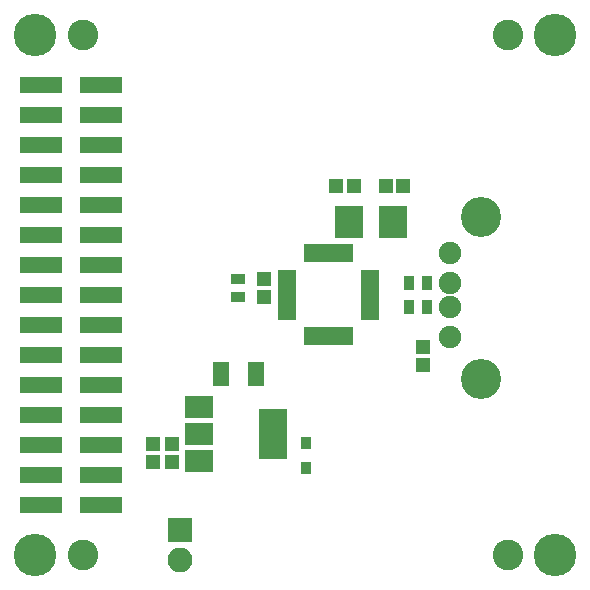
<source format=gts>
G04 #@! TF.FileFunction,Soldermask,Top*
%FSLAX46Y46*%
G04 Gerber Fmt 4.6, Leading zero omitted, Abs format (unit mm)*
G04 Created by KiCad (PCBNEW 4.0.7) date 06/02/18 04:08:01*
%MOMM*%
%LPD*%
G01*
G04 APERTURE LIST*
%ADD10C,0.100000*%
%ADD11R,2.400000X4.200000*%
%ADD12R,2.400000X1.900000*%
%ADD13C,3.600000*%
%ADD14R,1.150000X1.200000*%
%ADD15R,1.400000X2.000000*%
%ADD16R,1.200000X1.150000*%
%ADD17R,0.850000X1.000000*%
%ADD18C,1.900000*%
%ADD19C,3.400000*%
%ADD20C,2.600000*%
%ADD21R,0.900000X1.300000*%
%ADD22R,1.300000X0.900000*%
%ADD23R,1.543000X0.654000*%
%ADD24R,0.654000X1.543000*%
%ADD25R,2.400000X2.800000*%
%ADD26R,2.100000X2.100000*%
%ADD27O,2.100000X2.100000*%
%ADD28C,1.200000*%
%ADD29R,3.550000X1.400000*%
G04 APERTURE END LIST*
D10*
D11*
X127150000Y-119800000D03*
D12*
X120850000Y-119800000D03*
X120850000Y-122100000D03*
X120850000Y-117500000D03*
D13*
X107000000Y-130000000D03*
D14*
X139814000Y-113938000D03*
X139814000Y-112438000D03*
X117000000Y-120650000D03*
X117000000Y-122150000D03*
X118600000Y-120650000D03*
X118600000Y-122150000D03*
D15*
X125700000Y-114700000D03*
X122700000Y-114700000D03*
D14*
X126400000Y-108150000D03*
X126400000Y-106650000D03*
D16*
X133950000Y-98800000D03*
X132450000Y-98800000D03*
X136650000Y-98800000D03*
X138150000Y-98800000D03*
D17*
X129908000Y-122620000D03*
X129908000Y-120520000D03*
D18*
X142100000Y-104452400D03*
X142100000Y-106992400D03*
X142100000Y-109022400D03*
X142100000Y-111562400D03*
D19*
X144770000Y-101402400D03*
X144770000Y-115122400D03*
D13*
X107000000Y-86000000D03*
X151000000Y-86000000D03*
X151000000Y-130000000D03*
D20*
X111000000Y-130000000D03*
X111000000Y-86000000D03*
X147000000Y-86000000D03*
X147000000Y-130000000D03*
D21*
X138650000Y-107000000D03*
X140150000Y-107000000D03*
X138650000Y-109000000D03*
X140150000Y-109000000D03*
D22*
X124200000Y-108150000D03*
X124200000Y-106650000D03*
D23*
X128300000Y-106250000D03*
X128300000Y-106750000D03*
X128300000Y-107250000D03*
X128300000Y-107750000D03*
X128300000Y-108250000D03*
X128300000Y-108750000D03*
X128300000Y-109250000D03*
X128300000Y-109750000D03*
D24*
X130050000Y-111500000D03*
X130550000Y-111500000D03*
X131050000Y-111500000D03*
X131550000Y-111500000D03*
X132050000Y-111500000D03*
X132550000Y-111500000D03*
X133050000Y-111500000D03*
X133550000Y-111500000D03*
D23*
X135300000Y-109750000D03*
X135300000Y-109250000D03*
X135300000Y-108750000D03*
X135300000Y-108250000D03*
X135300000Y-107750000D03*
X135300000Y-107250000D03*
X135300000Y-106750000D03*
X135300000Y-106250000D03*
D24*
X133550000Y-104500000D03*
X133050000Y-104500000D03*
X132550000Y-104500000D03*
X132050000Y-104500000D03*
X131550000Y-104500000D03*
X131050000Y-104500000D03*
X130550000Y-104500000D03*
X130050000Y-104500000D03*
D25*
X133550000Y-101800000D03*
X137250000Y-101800000D03*
D26*
X119240000Y-127920000D03*
D27*
X119240000Y-130460000D03*
D28*
X108095000Y-90220000D03*
D29*
X107475000Y-90220000D03*
X107475000Y-102920000D03*
X107475000Y-100380000D03*
X107475000Y-97840000D03*
X107475000Y-95300000D03*
X107475000Y-92760000D03*
D28*
X106825000Y-90220000D03*
D29*
X112525000Y-90220000D03*
X112525000Y-92760000D03*
X112525000Y-95300000D03*
X112525000Y-97840000D03*
X112525000Y-100380000D03*
X112525000Y-102920000D03*
X107475000Y-105460000D03*
X112525000Y-105460000D03*
X107475000Y-108000000D03*
X112525000Y-108000000D03*
X107475000Y-110540000D03*
X112525000Y-110540000D03*
X107475000Y-113080000D03*
X112525000Y-113080000D03*
X107475000Y-115620000D03*
X112525000Y-115620000D03*
X107475000Y-118160000D03*
X112525000Y-118160000D03*
X107475000Y-120700000D03*
X112525000Y-120700000D03*
X107475000Y-123240000D03*
X112525000Y-123240000D03*
X107475000Y-125780000D03*
X112525000Y-125780000D03*
D28*
X111905000Y-90220000D03*
X106825000Y-92760000D03*
X111905000Y-92760000D03*
X106825000Y-95300000D03*
X111905000Y-95300000D03*
X106825000Y-97840000D03*
X111905000Y-97840000D03*
X106825000Y-100380000D03*
X111905000Y-100380000D03*
X106825000Y-102920000D03*
X111905000Y-102920000D03*
X106825000Y-105460000D03*
X111905000Y-105460000D03*
X106825000Y-108000000D03*
X111905000Y-108000000D03*
X106825000Y-110540000D03*
X111905000Y-110540000D03*
X106825000Y-113080000D03*
X111905000Y-113080000D03*
X106825000Y-115620000D03*
X111905000Y-115620000D03*
X106825000Y-118160000D03*
X111905000Y-118160000D03*
X106825000Y-120700000D03*
X111905000Y-120700000D03*
X106825000Y-123240000D03*
X111905000Y-123240000D03*
X106825000Y-125780000D03*
X111905000Y-125780000D03*
X113175000Y-90220000D03*
X108095000Y-92760000D03*
X113175000Y-92760000D03*
X108095000Y-95300000D03*
X113175000Y-95300000D03*
X108095000Y-97840000D03*
X113175000Y-97840000D03*
X108095000Y-100380000D03*
X113175000Y-100380000D03*
X108095000Y-102920000D03*
X113175000Y-102920000D03*
X108095000Y-105460000D03*
X113175000Y-105460000D03*
X108095000Y-108000000D03*
X113175000Y-108000000D03*
X108095000Y-110540000D03*
X113175000Y-110540000D03*
X108095000Y-113080000D03*
X113175000Y-113080000D03*
X108095000Y-115620000D03*
X113175000Y-115620000D03*
X108095000Y-118160000D03*
X113175000Y-118160000D03*
X108095000Y-120700000D03*
X113175000Y-120700000D03*
X108095000Y-123240000D03*
X113175000Y-123240000D03*
X108095000Y-125780000D03*
X113175000Y-125780000D03*
M02*

</source>
